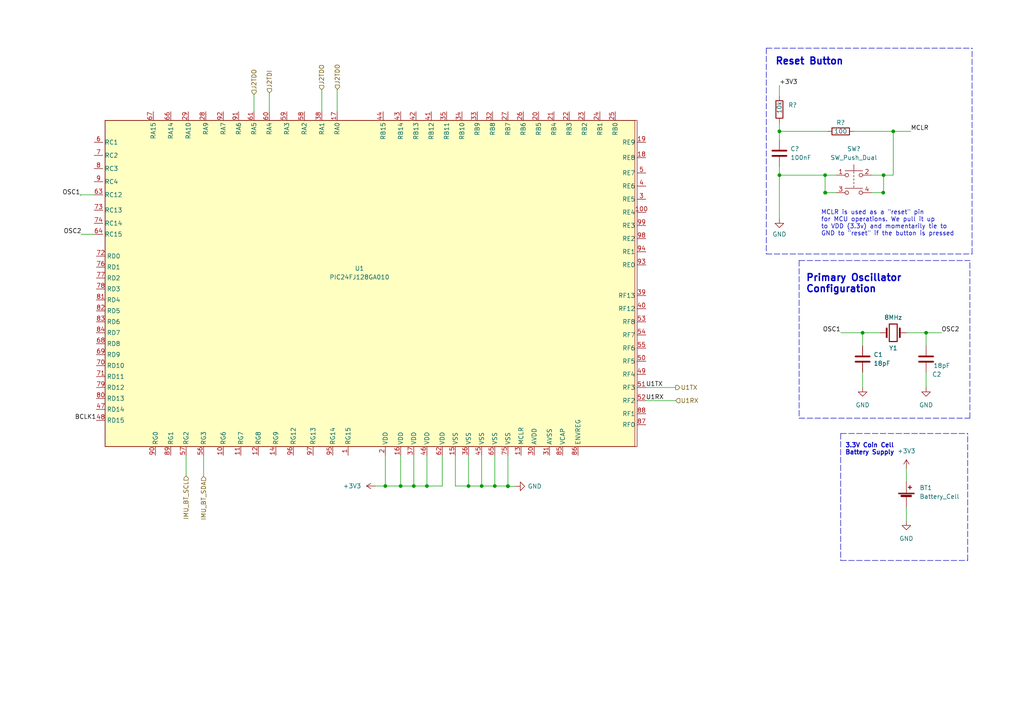
<source format=kicad_sch>
(kicad_sch (version 20211123) (generator eeschema)
  (paper "A4")
  (lib_symbols
    (symbol "Device:Battery_Cell" (pin_numbers hide) (pin_names (offset 0) hide)
      (property "Reference" "BT" (at 2.54 2.54 0))
      (property "Value" "Battery_Cell" (at 2.54 0 0))
      (symbol "Battery_Cell_0_1"
        (rectangle (start -2.286 1.778) (end 2.286 1.524) (fill (type outline)))
        (rectangle (start -1.5748 1.1938) (end 1.4732 0.6858) (fill (type outline)))
        (polyline (pts (xy 0 0.762) (xy 0 0)))
        (polyline (pts (xy 0 1.778) (xy 0 2.54)))
        (polyline (pts (xy 0.508 3.429) (xy 1.524 3.429)) (stroke (width 0.254)))
        (polyline (pts (xy 1.016 3.937) (xy 1.016 2.921)) (stroke (width 0.254)))
      )
      (symbol "Battery_Cell_1_1"
        (pin passive line (at 0 5.08 270) (length 2.54) (name "+") (number "1"))
        (pin passive line (at 0 -2.54 90) (length 2.54) (name "-") (number "2"))
      )
    )
    (symbol "Device:C" (pin_numbers hide) (pin_names (offset 0.254))
      (property "Reference" "C" (at 0.635 2.54 0))
      (property "Value" "C" (at 0.635 -2.54 0))
      (symbol "C_0_1"
        (polyline (pts (xy -2.032 -0.762) (xy 2.032 -0.762)) (stroke (width 0.508)))
        (polyline (pts (xy -2.032 0.762) (xy 2.032 0.762)) (stroke (width 0.508)))
      )
      (symbol "C_1_1"
        (pin passive line (at 0 3.81 270) (length 2.794) (name "~") (number "1"))
        (pin passive line (at 0 -3.81 90) (length 2.794) (name "~") (number "2"))
      )
    )
    (symbol "Device:Crystal" (pin_numbers hide) (pin_names (offset 1.016) hide)
      (property "Reference" "Y" (at 0 3.81 0))
      (property "Value" "Crystal" (at 0 -3.81 0))
      (symbol "Crystal_0_1"
        (rectangle (start -1.143 2.54) (end 1.143 -2.54) (stroke (width 0.3048)))
        (polyline (pts (xy -2.54 0) (xy -1.905 0)))
        (polyline (pts (xy -1.905 -1.27) (xy -1.905 1.27)) (stroke (width 0.508)))
        (polyline (pts (xy 1.905 -1.27) (xy 1.905 1.27)) (stroke (width 0.508)))
        (polyline (pts (xy 2.54 0) (xy 1.905 0)))
      )
      (symbol "Crystal_1_1"
        (pin passive line (at -3.81 0 0) (length 1.27) (name "1") (number "1"))
        (pin passive line (at 3.81 0 180) (length 1.27) (name "2") (number "2"))
      )
    )
    (symbol "Device:R" (pin_numbers hide) (pin_names (offset 0))
      (property "Reference" "R" (at 2.032 0 90))
      (property "Value" "R" (at 0 0 90))
      (symbol "R_0_1"
        (rectangle (start -1.016 -2.54) (end 1.016 2.54) (stroke (width 0.254)))
      )
      (symbol "R_1_1"
        (pin passive line (at 0 3.81 270) (length 1.27) (name "~") (number "1"))
        (pin passive line (at 0 -3.81 90) (length 1.27) (name "~") (number "2"))
      )
    )
    (symbol "PIC24_AddedMCU:PIC24FJ128GA010"
      (property "Reference" "U" (at -0.635 1.905 0))
      (property "Value" "PIC24FJ128GA010" (at -0.635 -1.905 0))
      (symbol "PIC24FJ128GA010_0_1"
        (rectangle (start -73.66 45.085) (end 80.01 -49.53) (fill (type background)))
        (rectangle (start -73.66 45.085) (end 80.645 -49.53))
      )
      (symbol "PIC24FJ128GA010_1_1"
        (pin unspecified line (at -3.175 -52.07 90) (length 2.54) (name "RG15") (number "1"))
        (pin unspecified line (at -39.37 -52.07 90) (length 2.54) (name "RG6") (number "10"))
        (pin unspecified line (at 83.185 18.415 180) (length 2.54) (name "RE4") (number "100"))
        (pin unspecified line (at -34.29 -52.07 90) (length 2.54) (name "RG7") (number "11"))
        (pin unspecified line (at -29.21 -52.07 90) (length 2.54) (name "RG8") (number "12"))
        (pin unspecified line (at 46.99 -52.07 90) (length 2.54) (name "MCLR") (number "13"))
        (pin unspecified line (at -24.13 -52.07 90) (length 2.54) (name "RG9") (number "14"))
        (pin unspecified line (at 27.94 -52.07 90) (length 2.54) (name "VSS") (number "15"))
        (pin unspecified line (at 12.065 -52.07 90) (length 2.54) (name "VDD") (number "16"))
        (pin unspecified line (at -6.35 47.625 270) (length 2.54) (name "RA0") (number "17"))
        (pin unspecified line (at 83.185 34.29 180) (length 2.54) (name "RE8") (number "18"))
        (pin unspecified line (at 83.185 38.735 180) (length 2.54) (name "RE9") (number "19"))
        (pin unspecified line (at 7.62 -52.07 90) (length 2.54) (name "VDD") (number "2"))
        (pin unspecified line (at 52.07 47.625 270) (length 2.54) (name "RB5") (number "20"))
        (pin unspecified line (at 56.515 47.625 270) (length 2.54) (name "RB4") (number "21"))
        (pin unspecified line (at 60.96 47.625 270) (length 2.54) (name "RB3") (number "22"))
        (pin unspecified line (at 65.405 47.625 270) (length 2.54) (name "RB2") (number "23"))
        (pin unspecified line (at 69.85 47.625 270) (length 2.54) (name "RB1") (number "24"))
        (pin unspecified line (at 74.295 47.625 270) (length 2.54) (name "RB0") (number "25"))
        (pin unspecified line (at 47.625 47.625 270) (length 2.54) (name "RB6") (number "26"))
        (pin unspecified line (at 43.18 47.625 270) (length 2.54) (name "RB7") (number "27"))
        (pin unspecified line (at -44.45 47.625 270) (length 2.54) (name "RA9") (number "28"))
        (pin unspecified line (at -49.53 47.625 270) (length 2.54) (name "RA10") (number "29"))
        (pin unspecified line (at 83.185 22.225 180) (length 2.54) (name "RE5") (number "3"))
        (pin unspecified line (at 50.8 -52.07 90) (length 2.54) (name "AVDD") (number "30"))
        (pin unspecified line (at 55.245 -52.07 90) (length 2.54) (name "AVSS") (number "31"))
        (pin unspecified line (at 38.735 47.625 270) (length 2.54) (name "RB8") (number "32"))
        (pin unspecified line (at 34.29 47.625 270) (length 2.54) (name "RB9") (number "33"))
        (pin unspecified line (at 29.845 47.625 270) (length 2.54) (name "RB10") (number "34"))
        (pin unspecified line (at 25.4 47.625 270) (length 2.54) (name "RB11") (number "35"))
        (pin unspecified line (at 31.75 -52.07 90) (length 2.54) (name "VSS") (number "36"))
        (pin unspecified line (at 15.875 -52.07 90) (length 2.54) (name "VDD") (number "37"))
        (pin unspecified line (at -10.795 47.625 270) (length 2.54) (name "RA1") (number "38"))
        (pin unspecified line (at 83.185 -5.715 180) (length 2.54) (name "RF13") (number "39"))
        (pin unspecified line (at 83.185 26.035 180) (length 2.54) (name "RE6") (number "4"))
        (pin unspecified line (at 83.185 -9.525 180) (length 2.54) (name "RF12") (number "40"))
        (pin unspecified line (at 20.955 47.625 270) (length 2.54) (name "RB12") (number "41"))
        (pin unspecified line (at 16.51 47.625 270) (length 2.54) (name "RB13") (number "42"))
        (pin unspecified line (at 12.065 47.625 270) (length 2.54) (name "RB14") (number "43"))
        (pin unspecified line (at 6.985 47.625 270) (length 2.54) (name "RB15") (number "44"))
        (pin unspecified line (at 35.56 -52.07 90) (length 2.54) (name "VSS") (number "45"))
        (pin unspecified line (at 19.685 -52.07 90) (length 2.54) (name "VDD") (number "46"))
        (pin unspecified line (at -76.2 -38.735 0) (length 2.54) (name "RD14") (number "47"))
        (pin unspecified line (at -76.2 -41.91 0) (length 2.54) (name "RD15") (number "48"))
        (pin unspecified line (at 83.185 -28.575 180) (length 2.54) (name "RF4") (number "49"))
        (pin unspecified line (at 83.185 29.845 180) (length 2.54) (name "RE7") (number "5"))
        (pin unspecified line (at 83.185 -24.765 180) (length 2.54) (name "RF5") (number "50"))
        (pin unspecified line (at 83.185 -32.385 180) (length 2.54) (name "RF3") (number "51"))
        (pin unspecified line (at 83.185 -36.195 180) (length 2.54) (name "RF2") (number "52"))
        (pin unspecified line (at 83.185 -13.335 180) (length 2.54) (name "RF8") (number "53"))
        (pin unspecified line (at 83.185 -17.145 180) (length 2.54) (name "RF7") (number "54"))
        (pin unspecified line (at 83.185 -20.955 180) (length 2.54) (name "RF6") (number "55"))
        (pin unspecified line (at -45.085 -52.07 90) (length 2.54) (name "RG3") (number "56"))
        (pin unspecified line (at -50.165 -52.07 90) (length 2.54) (name "RG2") (number "57"))
        (pin unspecified line (at -15.875 47.625 270) (length 2.54) (name "RA2") (number "58"))
        (pin unspecified line (at -20.955 47.625 270) (length 2.54) (name "RA3") (number "59"))
        (pin unspecified line (at -76.835 38.735 0) (length 2.54) (name "RC1") (number "6"))
        (pin unspecified line (at -26.035 47.625 270) (length 2.54) (name "RA4") (number "60"))
        (pin unspecified line (at -30.48 47.625 270) (length 2.54) (name "RA5") (number "61"))
        (pin unspecified line (at 24.13 -52.07 90) (length 2.54) (name "VDD") (number "62"))
        (pin unspecified line (at -76.835 23.495 0) (length 2.54) (name "RC12") (number "63"))
        (pin unspecified line (at -76.835 12.065 0) (length 2.54) (name "RC15") (number "64"))
        (pin unspecified line (at 39.37 -52.07 90) (length 2.54) (name "VSS") (number "65"))
        (pin unspecified line (at -54.61 47.625 270) (length 2.54) (name "RA14") (number "66"))
        (pin unspecified line (at -59.69 47.625 270) (length 2.54) (name "RA15") (number "67"))
        (pin unspecified line (at -76.2 -19.685 0) (length 2.54) (name "RD8") (number "68"))
        (pin unspecified line (at -76.2 -22.86 0) (length 2.54) (name "RD9") (number "69"))
        (pin unspecified line (at -76.835 34.925 0) (length 2.54) (name "RC2") (number "7"))
        (pin unspecified line (at -76.2 -26.035 0) (length 2.54) (name "RD10") (number "70"))
        (pin unspecified line (at -76.2 -29.21 0) (length 2.54) (name "RD11") (number "71"))
        (pin unspecified line (at -76.2 5.715 0) (length 2.54) (name "RD0") (number "72"))
        (pin unspecified line (at -76.835 19.05 0) (length 2.54) (name "RC13") (number "73"))
        (pin unspecified line (at -76.835 15.24 0) (length 2.54) (name "RC14") (number "74"))
        (pin unspecified line (at 43.18 -52.07 90) (length 2.54) (name "VSS") (number "75"))
        (pin unspecified line (at -76.2 2.54 0) (length 2.54) (name "RD1") (number "76"))
        (pin unspecified line (at -76.2 -0.635 0) (length 2.54) (name "RD2") (number "77"))
        (pin unspecified line (at -76.2 -3.81 0) (length 2.54) (name "RD3") (number "78"))
        (pin unspecified line (at -76.2 -32.385 0) (length 2.54) (name "RD12") (number "79"))
        (pin unspecified line (at -76.835 31.115 0) (length 2.54) (name "RC3") (number "8"))
        (pin unspecified line (at -76.2 -35.56 0) (length 2.54) (name "RD13") (number "80"))
        (pin unspecified line (at -76.2 -6.985 0) (length 2.54) (name "RD4") (number "81"))
        (pin unspecified line (at -76.2 -10.16 0) (length 2.54) (name "RD5") (number "82"))
        (pin unspecified line (at -76.2 -13.335 0) (length 2.54) (name "RD6") (number "83"))
        (pin unspecified line (at -76.2 -16.51 0) (length 2.54) (name "RD7") (number "84"))
        (pin unspecified line (at 59.055 -52.07 90) (length 2.54) (name "VCAP") (number "85"))
        (pin unspecified line (at 63.5 -52.07 90) (length 2.54) (name "ENVREG") (number "86"))
        (pin unspecified line (at 83.185 -43.18 180) (length 2.54) (name "RF0") (number "87"))
        (pin unspecified line (at 83.185 -40.005 180) (length 2.54) (name "RF1") (number "88"))
        (pin unspecified line (at -54.61 -52.07 90) (length 2.54) (name "RG1") (number "89"))
        (pin unspecified line (at -76.835 27.305 0) (length 2.54) (name "RC4") (number "9"))
        (pin unspecified line (at -59.055 -52.07 90) (length 2.54) (name "RG0") (number "90"))
        (pin unspecified line (at -34.925 47.625 270) (length 2.54) (name "RA6") (number "91"))
        (pin unspecified line (at -39.37 47.625 270) (length 2.54) (name "RA7") (number "92"))
        (pin unspecified line (at 83.185 3.175 180) (length 2.54) (name "RE0") (number "93"))
        (pin unspecified line (at 83.185 6.985 180) (length 2.54) (name "RE1") (number "94"))
        (pin unspecified line (at -7.62 -52.07 90) (length 2.54) (name "RG14") (number "95"))
        (pin unspecified line (at -19.05 -52.07 90) (length 2.54) (name "RG12") (number "96"))
        (pin unspecified line (at -13.335 -52.07 90) (length 2.54) (name "RG13") (number "97"))
        (pin unspecified line (at 83.185 10.795 180) (length 2.54) (name "RE2") (number "98"))
        (pin unspecified line (at 83.185 14.605 180) (length 2.54) (name "RE3") (number "99"))
      )
    )
    (symbol "Switch:SW_Push_Dual" (pin_names (offset 1.016) hide)
      (property "Reference" "SW" (at 1.27 2.54 0))
      (property "Value" "SW_Push_Dual" (at 0 -6.858 0))
      (symbol "SW_Push_Dual_0_1"
        (circle (center -2.032 -5.08) (radius 0.508))
        (circle (center -2.032 0) (radius 0.508))
        (polyline (pts (xy 0 -3.048) (xy 0 -3.556)))
        (polyline (pts (xy 0 -2.032) (xy 0 -2.54)))
        (polyline (pts (xy 0 -1.524) (xy 0 -1.016)))
        (polyline (pts (xy 0 -0.508) (xy 0 0)))
        (polyline (pts (xy 0 0.508) (xy 0 1.016)))
        (polyline (pts (xy 0 1.27) (xy 0 3.048)))
        (polyline (pts (xy 2.54 -3.81) (xy -2.54 -3.81)))
        (polyline (pts (xy 2.54 1.27) (xy -2.54 1.27)))
        (circle (center 2.032 -5.08) (radius 0.508))
        (circle (center 2.032 0) (radius 0.508))
        (pin passive line (at -5.08 0 0) (length 2.54) (name "1") (number "1"))
        (pin passive line (at 5.08 0 180) (length 2.54) (name "2") (number "2"))
        (pin passive line (at -5.08 -5.08 0) (length 2.54) (name "3") (number "3"))
        (pin passive line (at 5.08 -5.08 180) (length 2.54) (name "4") (number "4"))
      )
    )
    (symbol "power:+3.3V" (power) (pin_names (offset 0))
      (property "Value" "+3.3V" (at 0 3.556 0))
      (symbol "+3.3V_0_1"
        (polyline (pts (xy -0.762 1.27) (xy 0 2.54)))
        (polyline (pts (xy 0 0) (xy 0 2.54)))
        (polyline (pts (xy 0 2.54) (xy 0.762 1.27)))
      )
      (symbol "+3.3V_1_1"
        (pin power_in line (at 0 0 90) (length 0) hide (name "+3V3") (number "1"))
      )
    )
    (symbol "power:GND" (power) (pin_names (offset 0))
      (property "Value" "GND" (at 0 -3.81 0))
      (symbol "GND_0_1"
        (polyline (pts (xy 0 0) (xy 0 -1.27) (xy 1.27 -1.27) (xy 0 -2.54) (xy -1.27 -1.27) (xy 0 -1.27)))
      )
      (symbol "GND_1_1"
        (pin power_in line (at 0 0 270) (length 0) hide (name "GND") (number "1"))
      )
    )
  )
  (junction (at 239.3099 50.8))
  (junction (at 226.06 38.1))
  (junction (at 256.1768 55.88))
  (junction (at 250.19 96.52))
  (junction (at 259.08 38.1))
  (junction (at 268.605 96.52))
  (junction (at 239.3099 55.8891))
  (junction (at 111.76 140.97))
  (junction (at 135.89 140.97))
  (junction (at 116.205 140.97))
  (junction (at 147.32 140.97))
  (junction (at 256.28 50.8))
  (junction (at 239.395 55.8891))
  (junction (at 120.015 140.97))
  (junction (at 123.825 140.97))
  (junction (at 226.06 50.8))
  (junction (at 139.7 140.97))
  (junction (at 147.32 141.0498))
  (junction (at 143.51 140.97))
  (wire (pts (xy 27.305 67.945) (xy 23.6474 67.945)))
  (wire (pts (xy 226.06 38.1) (xy 226.06 40.64)))
  (polyline (pts (xy 243.84 125.73) (xy 280.67 125.73)))
  (wire (pts (xy 132.08 132.08) (xy 132.08 140.97)))
  (wire (pts (xy 97.79 32.385) (xy 97.79 25.9334)))
  (wire (pts (xy 78.105 32.385) (xy 78.105 26.9494)))
  (wire (pts (xy 111.76 140.97) (xy 116.205 140.97)))
  (wire (pts (xy 226.06 35.56) (xy 226.06 38.1)))
  (wire (pts (xy 53.975 138.02) (xy 53.975 132.08)))
  (wire (pts (xy 226.06 48.26) (xy 226.06 50.8)))
  (polyline (pts (xy 281.94 73.66) (xy 281.94 13.97)))
  (wire (pts (xy 147.32 141.0498) (xy 149.6314 141.0498)))
  (wire (pts (xy 256.28 50.8) (xy 256.28 55.88)))
  (wire (pts (xy 59.055 138.1377) (xy 59.055 132.08)))
  (wire (pts (xy 93.345 26.035) (xy 93.2942 26.035)))
  (wire (pts (xy 259.08 38.1) (xy 264.16 38.1)))
  (wire (pts (xy 250.19 96.52) (xy 250.19 100.33)))
  (wire (pts (xy 259.08 50.8) (xy 259.08 38.1)))
  (wire (pts (xy 147.32 132.08) (xy 147.32 140.97)))
  (wire (pts (xy 268.605 96.52) (xy 273.05 96.52)))
  (polyline (pts (xy 243.84 162.56) (xy 280.67 162.56)))
  (wire (pts (xy 256.28 55.88) (xy 256.1768 55.88)))
  (wire (pts (xy 128.27 132.08) (xy 128.27 140.97)))
  (wire (pts (xy 116.205 132.08) (xy 116.205 140.97)))
  (wire (pts (xy 262.89 147.32) (xy 262.89 151.13)))
  (polyline (pts (xy 231.775 75.565) (xy 231.775 121.285)))
  (wire (pts (xy 240.03 38.1) (xy 226.06 38.1)))
  (wire (pts (xy 111.76 140.97) (xy 108.839 140.97)))
  (wire (pts (xy 132.08 140.97) (xy 135.89 140.97)))
  (wire (pts (xy 195.961 116.205) (xy 187.325 116.205)))
  (wire (pts (xy 252.73 55.88) (xy 256.1768 55.88)))
  (wire (pts (xy 195.961 112.395) (xy 187.325 112.395)))
  (wire (pts (xy 252.73 50.8) (xy 256.28 50.8)))
  (wire (pts (xy 250.19 107.95) (xy 250.19 112.395)))
  (wire (pts (xy 139.7 140.97) (xy 143.51 140.97)))
  (wire (pts (xy 111.76 132.08) (xy 111.76 140.97)))
  (wire (pts (xy 239.3099 50.8) (xy 242.57 50.8)))
  (wire (pts (xy 243.84 96.52) (xy 250.19 96.52)))
  (wire (pts (xy 268.605 107.95) (xy 268.605 112.395)))
  (wire (pts (xy 73.66 27.4066) (xy 73.6854 27.4066)))
  (wire (pts (xy 226.06 50.8) (xy 239.3099 50.8)))
  (polyline (pts (xy 222.25 73.66) (xy 281.94 73.66)))
  (wire (pts (xy 123.825 132.08) (xy 123.825 140.97)))
  (wire (pts (xy 143.51 140.97) (xy 147.32 140.97)))
  (wire (pts (xy 226.06 24.765) (xy 226.06 27.94)))
  (wire (pts (xy 139.7 132.08) (xy 139.7 140.97)))
  (wire (pts (xy 123.825 140.97) (xy 128.27 140.97)))
  (polyline (pts (xy 231.775 121.285) (xy 281.305 121.285)))
  (wire (pts (xy 73.66 32.385) (xy 73.66 27.4066)))
  (wire (pts (xy 239.3099 50.8) (xy 239.3099 55.8891)))
  (polyline (pts (xy 280.67 162.56) (xy 280.67 125.73)))
  (polyline (pts (xy 231.775 75.565) (xy 281.305 75.565)))
  (polyline (pts (xy 222.25 13.97) (xy 281.94 13.97)))
  (wire (pts (xy 250.19 96.52) (xy 255.27 96.52)))
  (wire (pts (xy 135.89 132.08) (xy 135.89 140.97)))
  (wire (pts (xy 143.51 132.08) (xy 143.51 140.97)))
  (wire (pts (xy 93.345 32.385) (xy 93.345 26.035)))
  (polyline (pts (xy 243.84 125.73) (xy 243.84 162.56)))
  (wire (pts (xy 116.205 140.97) (xy 120.015 140.97)))
  (wire (pts (xy 120.015 140.97) (xy 123.825 140.97)))
  (wire (pts (xy 256.28 50.8) (xy 259.08 50.8)))
  (polyline (pts (xy 222.25 13.97) (xy 222.25 73.66)))
  (polyline (pts (xy 281.305 121.285) (xy 281.305 75.565)))
  (wire (pts (xy 120.015 132.08) (xy 120.015 140.97)))
  (wire (pts (xy 23.6474 67.945) (xy 23.6474 68.0466)))
  (wire (pts (xy 242.57 55.88) (xy 239.395 55.8891)))
  (wire (pts (xy 97.79 25.9334) (xy 97.8662 25.9334)))
  (wire (pts (xy 27.305 56.515) (xy 23.2918 56.515)))
  (wire (pts (xy 135.89 140.97) (xy 139.7 140.97)))
  (wire (pts (xy 23.2918 56.515) (xy 23.2918 56.769)))
  (wire (pts (xy 268.605 96.52) (xy 268.605 100.33)))
  (wire (pts (xy 262.89 96.52) (xy 268.605 96.52)))
  (wire (pts (xy 147.32 140.97) (xy 147.32 141.0498)))
  (wire (pts (xy 78.105 26.9494) (xy 78.1558 26.9494)))
  (wire (pts (xy 262.89 135.89) (xy 262.89 139.7)))
  (wire (pts (xy 239.3099 55.8891) (xy 239.395 55.8891)))
  (wire (pts (xy 226.06 50.8) (xy 226.06 63.5)))
  (wire (pts (xy 247.65 38.1) (xy 259.08 38.1)))
  (text "MCLR is used as a \"reset\" pin\nfor MCU operations. We pull it up \nto VDD (3.3v) and momentarily tie to \nGND to \"reset\" if the button is pressed" (at 238.125 68.58 0) (effects (font (size 1.27 1.27)) (justify left bottom)))
  (text "Primary Oscillator\nConfiguration\n" (at 233.68 85.09 0) (effects (font (size 2 2) (thickness 0.4) bold) (justify left bottom)))
  (text "Reset Button" (at 224.79 19.05 0) (effects (font (size 2 2) (thickness 0.4) bold) (justify left bottom)))
  (text "3.3V Coin Cell\nBattery Supply" (at 245.11 132.08 0) (effects (font (size 1.27 1.27) (thickness 0.254) bold) (justify left bottom)))
  (label "OSC2" (at 273.05 96.52 0))
  (label "U1RX" (at 187.325 116.205 0))
  (label "OSC1" (at 23.2918 56.769 180))
  (label "BCLK1" (at 27.94 121.92 180))
  (label "U1TX" (at 187.325 112.395 0))
  (label "OSC2" (at 23.6474 68.0466 180))
  (label "MCLR" (at 264.16 38.1 0))
  (label "+3V3" (at 226.06 24.765 0))
  (label "OSC1" (at 243.84 96.52 180))
  (hierarchical_label "U1TX" (shape output) (at 195.961 112.395 0))
  (hierarchical_label "IMU_BT_SDA" (shape input) (at 59.055 138.1377 270))
  (hierarchical_label "J2TDI" (shape input) (at 78.1558 26.9494 90))
  (hierarchical_label "J2TDO" (shape input) (at 93.2942 26.035 90))
  (hierarchical_label "J2TDO" (shape input) (at 97.8662 25.9334 90))
  (hierarchical_label "U1RX" (shape input) (at 195.961 116.205 0))
  (hierarchical_label "J2TDO" (shape input) (at 73.6854 27.4066 90))
  (hierarchical_label "IMU_BT_SCL" (shape input) (at 53.975 138.02 270))
  (symbol (lib_id "power:+3.3V") (at 262.89 135.89 0) (unit 1)
    (property "Reference" "#PWR?" (effects hide))
    (property "Value" "+3.3V" (at 262.89 130.81 0))
  )
  (symbol (lib_id "power:GND") (at 250.19 112.395 0) (unit 1)
    (property "Reference" "#PWR?" (effects hide))
    (property "Value" "GND" (at 250.19 117.475 0))
  )
  (symbol (lib_id "Switch:SW_Push_Dual") (at 247.65 50.8 0) (unit 1)
    (property "Reference" "SW?" (at 247.65 43.18 0))
    (property "Value" "SW_Push_Dual" (at 247.65 45.72 0))
    (property "Footprint" "B3F-1000:SW_B3F-1000" (effects hide))
    (property "Datasheet" "https://omronfs.omron.com/en_US/ecb/products/pdf/en-b3f.pdf" (effects hide))
  )
  (symbol (lib_id "Device:R") (at 226.06 31.75 0) (unit 1)
    (property "Reference" "R?" (at 228.6 30.4799 0) (effects (justify left)))
    (property "Value" "10k" (at 226.06 33.02 90) (effects (justify left)))
    (property "Footprint" "Resistor_SMD:R_0603_1608Metric" (effects hide))
  )
  (symbol (lib_id "Device:C") (at 250.19 104.14 180) (unit 1)
    (property "Reference" "C1" (at 253.365 102.8699 0) (effects (justify right)))
    (property "Value" "18pF" (at 253.365 105.4099 0) (effects (justify right)))
    (property "Footprint" "Capacitor_SMD:C_0603_1608Metric" (effects hide))
  )
  (symbol (lib_id "power:GND") (at 262.89 151.13 0) (unit 1)
    (property "Reference" "#PWR?" (effects hide))
    (property "Value" "GND" (at 262.89 156.21 0))
  )
  (symbol (lib_id "power:GND") (at 149.6314 141.0498 90) (unit 1)
    (property "Reference" "#PWR?" (effects hide))
    (property "Value" "GND" (at 153.035 141.0497 90) (effects (justify right)))
  )
  (symbol (lib_id "Device:R") (at 243.84 38.1 90) (unit 1)
    (property "Reference" "R?" (at 243.84 35.56 90))
    (property "Value" "100" (at 243.84 38.1 90))
    (property "Footprint" "Resistor_SMD:R_0603_1608Metric" (effects hide))
  )
  (symbol (lib_id "Device:C") (at 268.605 104.14 180) (unit 1)
    (property "Reference" "C2" (at 273.05 108.585 0) (effects (justify left)))
    (property "Value" "18pF" (at 275.59 106.045 0) (effects (justify left)))
    (property "Footprint" "Capacitor_SMD:C_0603_1608Metric" (effects hide))
  )
  (symbol (lib_id "Device:Crystal") (at 259.08 96.52 180) (unit 1)
    (property "Reference" "Y1" (at 259.08 100.965 0))
    (property "Value" "8MHz" (at 259.08 92.075 0))
    (property "Footprint" "Crystal:Crystal_SMD_Abracon_ABM3-2Pin_5.0x3.2mm" (effects hide))
    (property "Datasheet" "https://abracon.com/Resonators/ABM3.pdf" (effects hide))
  )
  (symbol (lib_id "power:GND") (at 268.605 112.395 0) (unit 1)
    (property "Reference" "#PWR?" (effects hide))
    (property "Value" "GND" (at 268.605 117.475 0))
  )
  (symbol (lib_id "Device:Battery_Cell") (at 262.89 144.78 0) (unit 1)
    (property "Reference" "BT1" (at 266.7 141.4779 0) (effects (justify left)))
    (property "Value" "Battery_Cell" (at 266.7 144.0179 0) (effects (justify left)))
  )
  (symbol (lib_id "PIC24_AddedMCU:PIC24FJ128GA010") (at 104.14 80.01 0) (unit 1)
    (property "Reference" "U1" (at 104.267 77.851 0))
    (property "Value" "PIC24FJ128GA010" (at 104.267 80.391 0))
    (property "Footprint" "PIC24:Microchip-PIC24FJ128GA010-I_PF-Level_A" (effects hide))
    (property "Datasheet" "https://www.mouser.com/datasheet/2/268/39747F-254584.pdf" (effects hide))
  )
  (symbol (lib_id "power:GND") (at 226.06 63.5 0) (unit 1)
    (property "Reference" "#PWR?" (effects hide))
    (property "Value" "GND" (at 226.06 67.945 0))
  )
  (symbol (lib_id "Device:C") (at 226.06 44.45 0) (unit 1)
    (property "Reference" "C?" (at 229.235 43.1799 0) (effects (justify left)))
    (property "Value" "100nF" (at 229.235 45.7199 0) (effects (justify left)))
    (property "Footprint" "Capacitor_SMD:C_0603_1608Metric" (effects hide))
  )
  (symbol (lib_id "power:+3.3V") (at 108.839 140.97 90) (unit 1)
    (property "Reference" "#PWR?" (effects hide))
    (property "Value" "+3.3V" (at 104.775 140.9699 90) (effects (justify left)))
  )
)
</source>
